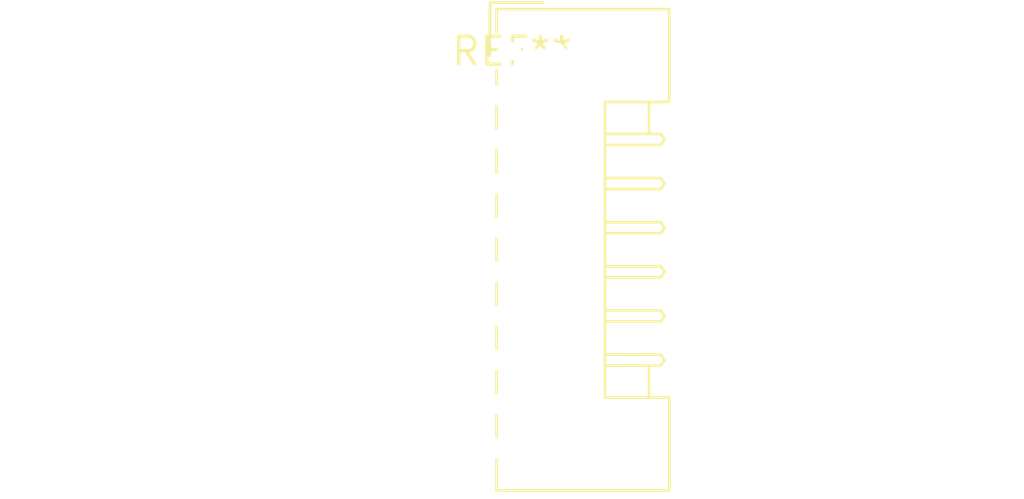
<source format=kicad_pcb>
(kicad_pcb (version 20240108) (generator pcbnew)
  (layers (0 "F.Cu" signal) (31 "B.Cu" signal) (34 "B.Paste" user) (35 "F.Paste" user) (36 "B.SilkS" user "B.Silkscreen") (37 "F.SilkS" user "F.Silkscreen") (38 "B.Mask" user) (39 "F.Mask" user) (44 "Edge.Cuts" user))
  (net 0 "")
  (footprint "JAE_LY20-20P-DLT1_2x10_P2.00mm_Horizontal" (layer "F.Cu") (at 0 0)
    (property "Reference" "REF**")
    (property "Value" "JAE_LY20-20P-DLT1_2x10_P2.00mm_Horizontal")
    (fp_line (start -1.01 -2.21) (end -1.01 0.2) (layer "F.SilkS") (stroke (width 0.12)))
    (fp_line (start -0.71 -1.91) (end -0.71 -0.86) (layer "F.SilkS") (stroke (width 0.12)))
    (fp_line (start -0.71 -1.91) (end 7.11 -1.91) (layer "F.SilkS") (stroke (width 0.12)))
    (fp_line (start -0.71 0.86) (end -0.71 1.514717) (layer "F.SilkS") (stroke (width 0.12)))
    (fp_line (start -0.71 2.485283) (end -0.71 3.514717) (layer "F.SilkS") (stroke (width 0.12)))
    (fp_line (start -0.71 4.485283) (end -0.71 5.514717) (layer "F.SilkS") (stroke (width 0.12)))
    (fp_line (start -0.71 6.485283) (end -0.71 7.514717) (layer "F.SilkS") (stroke (width 0.12)))
    (fp_line (start -0.71 8.485283) (end -0.71 9.514717) (layer "F.SilkS") (stroke (width 0.12)))
    (fp_line (start -0.71 10.485283) (end -0.71 11.514717) (layer "F.SilkS") (stroke (width 0.12)))
    (fp_line (start -0.71 12.485283) (end -0.71 13.514717) (layer "F.SilkS") (stroke (width 0.12)))
    (fp_line (start -0.71 14.485283) (end -0.71 15.514717) (layer "F.SilkS") (stroke (width 0.12)))
    (fp_line (start -0.71 16.485283) (end -0.71 17.514717) (layer "F.SilkS") (stroke (width 0.12)))
    (fp_line (start -0.71 18.485283) (end -0.71 19.91) (layer "F.SilkS") (stroke (width 0.12)))
    (fp_line (start -0.71 19.91) (end 7.11 19.91) (layer "F.SilkS") (stroke (width 0.12)))
    (fp_line (start 1.4 -2.21) (end -1.01 -2.21) (layer "F.SilkS") (stroke (width 0.12)))
    (fp_line (start 4.2 2.3) (end 4.2 9) (layer "F.SilkS") (stroke (width 0.12)))
    (fp_line (start 4.2 3.75) (end 6.733333 3.75) (layer "F.SilkS") (stroke (width 0.12)))
    (fp_line (start 4.2 5.75) (end 6.733333 5.75) (layer "F.SilkS") (stroke (width 0.12)))
    (fp_line (start 4.2 7.75) (end 6.733333 7.75) (layer "F.SilkS") (stroke (width 0.12)))
    (fp_line (start 4.2 9.75) (end 6.733333 9.75) (layer "F.SilkS") (stroke (width 0.12)))
    (fp_line (start 4.2 11.75) (end 6.733333 11.75) (layer "F.SilkS") (stroke (width 0.12)))
    (fp_line (start 4.2 13.75) (end 6.733333 13.75) (layer "F.SilkS") (stroke (width 0.12)))
    (fp_line (start 4.2 15.7) (end 4.2 9) (layer "F.SilkS") (stroke (width 0.12)))
    (fp_line (start 6.2 2.3) (end 6.2 3.75) (layer "F.SilkS") (stroke (width 0.12)))
    (fp_line (start 6.2 15.7) (end 6.2 14.25) (layer "F.SilkS") (stroke (width 0.12)))
    (fp_line (start 6.733333 3.75) (end 6.9 4) (layer "F.SilkS") (stroke (width 0.12)))
    (fp_line (start 6.733333 4.25) (end 4.2 4.25) (layer "F.SilkS") (stroke (width 0.12)))
    (fp_line (start 6.733333 5.75) (end 6.9 6) (layer "F.SilkS") (stroke (width 0.12)))
    (fp_line (start 6.733333 6.25) (end 4.2 6.25) (layer "F.SilkS") (stroke (width 0.12)))
    (fp_line (start 6.733333 7.75) (end 6.9 8) (layer "F.SilkS") (stroke (width 0.12)))
    (fp_line (start 6.733333 8.25) (end 4.2 8.25) (layer "F.SilkS") (stroke (width 0.12)))
    (fp_line (start 6.733333 9.75) (end 6.9 10) (layer "F.SilkS") (stroke (width 0.12)))
    (fp_line (start 6.733333 10.25) (end 4.2 10.25) (layer "F.SilkS") (stroke (width 0.12)))
    (fp_line (start 6.733333 11.75) (end 6.9 12) (layer "F.SilkS") (stroke (width 0.12)))
    (fp_line (start 6.733333 12.25) (end 4.2 12.25) (layer "F.SilkS") (stroke (width 0.12)))
    (fp_line (start 6.733333 13.75) (end 6.9 14) (layer "F.SilkS") (stroke (width 0.12)))
    (fp_line (start 6.733333 14.25) (end 4.2 14.25) (layer "F.SilkS") (stroke (width 0.12)))
    (fp_line (start 6.9 4) (end 6.733333 4.25) (layer "F.SilkS") (stroke (width 0.12)))
    (fp_line (start 6.9 6) (end 6.733333 6.25) (layer "F.SilkS") (stroke (width 0.12)))
    (fp_line (start 6.9 8) (end 6.733333 8.25) (layer "F.SilkS") (stroke (width 0.12)))
    (fp_line (start 6.9 10) (end 6.733333 10.25) (layer "F.SilkS") (stroke (width 0.12)))
    (fp_line (start 6.9 12) (end 6.733333 12.25) (layer "F.SilkS") (stroke (width 0.12)))
    (fp_line (start 6.9 14) (end 6.733333 14.25) (layer "F.SilkS") (stroke (width 0.12)))
    (fp_line (start 7.11 -1.91) (end 7.11 2.3) (layer "F.SilkS") (stroke (width 0.12)))
    (fp_line (start 7.11 2.3) (end 4.2 2.3) (layer "F.SilkS") (stroke (width 0.12)))
    (fp_line (start 7.11 15.7) (end 4.2 15.7) (layer "F.SilkS") (stroke (width 0.12)))
    (fp_line (start 7.11 19.91) (end 7.11 15.7) (layer "F.SilkS") (stroke (width 0.12)))
    (pad "a1" thru_hole roundrect (at 0 0) (size 1.2 1.2) (drill 0.8) (layers *.Cu *.Mask) (remove_unused_layers) (roundrect_rratio 0.208333))
    (pad "a2" thru_hole circle (at 0 2) (size 1.2 1.2) (drill 0.8) (layers *.Cu *.Mask) (remove_unused_layers))
    (pad "a3" thru_hole circle (at 0 4) (size 1.2 1.2) (drill 0.8) (layers *.Cu *.Mask) (remove_unused_layers))
    (pad "a4" thru_hole circle (at 0 6) (size 1.2 1.2) (drill 0.8) (layers *.Cu *.Mask) (remove_unused_layers))
    (pad "a5" thru_hole circle (at 0 8) (size 1.2 1.2) (drill 0.8) (layers *.Cu *.Mask) (remove_unused_layers))
    (pad "a6" thru_hole circle (at 0 10) (size 1.2 1.2) (drill 0.8) (layers *.Cu *.Mask) (remove_unused_layers))
    (pad "a7" thru_hole circle (at 0 12) (size 1.2 1.2) (drill 0.8) (layers *.Cu *.Mask) (remove_unused_layers))
    (pad "a8" thru_hole circle (at 0 14) (size 1.2 1.2) (drill 0.8) (layers *.Cu *.Mask) (remove_unused_layers))
    (pad "a9" thru_hole circle (at 0 16) (size 1.2 1.2) (drill 0.8) (layers *.Cu *.Mask) (remove_unused_layers))
    (pad "a10" thru_hole circle (at 0 18) (size 1.2 1.2) (drill 0.8) (layers *.Cu *.Mask) (remove_unused_layers))
    (pad "b1" thru_hole circle (at 2 0) (size 1.2 1.2) (drill 0.8) (layers *.Cu *.Mask) (remove_unused_layers))
    (pad "b2" thru_hole circle (at 2 2) (size 1.2 1.2) (drill 0.8) (layers *.Cu *.Mask) (remove_unused_layers))
    (pad "b3" thru_hole circle (at 2 4) (size 1.2 1.2) (drill 0.8) (layers *.Cu *.Mask) (remove_unused_layers))
    (pad "b4" thru_hole circle (at 2 6) (size 1.2 1.2) (drill 0.8) (layers *.Cu *.Mask) (remove_unused_layers))
    (pad "b5" thru_hole circle (at 2 8) (size 1.2 1.2) (drill 0.8) (layers *.Cu *.Mask) (remove_unused_layers))
    (pad "b6" thru_hole circle (at 2 10) (size 1.2 1.2) (drill 0.8) (layers *.Cu *.Mask) (remove_unused_layers))
    (pad "b7" thru_hole circle (at 2 12) (size 1.2 1.2) (drill 0.8) (layers *.Cu *.Mask) (remove_unused_layers))
    (pad "b8" thru_hole circle (at 2 14) (size 1.2 1.2) (drill 0.8) (layers *.Cu *.Mask) (remove_unused_layers))
    (pad "b9" thru_hole circle (at 2 16) (size 1.2 1.2) (drill 0.8) (layers *.Cu *.Mask) (remove_unused_layers))
    (pad "b10" thru_hole circle (at 2 18) (size 1.2 1.2) (drill 0.8) (layers *.Cu *.Mask) (remove_unused_layers))
  )
)
</source>
